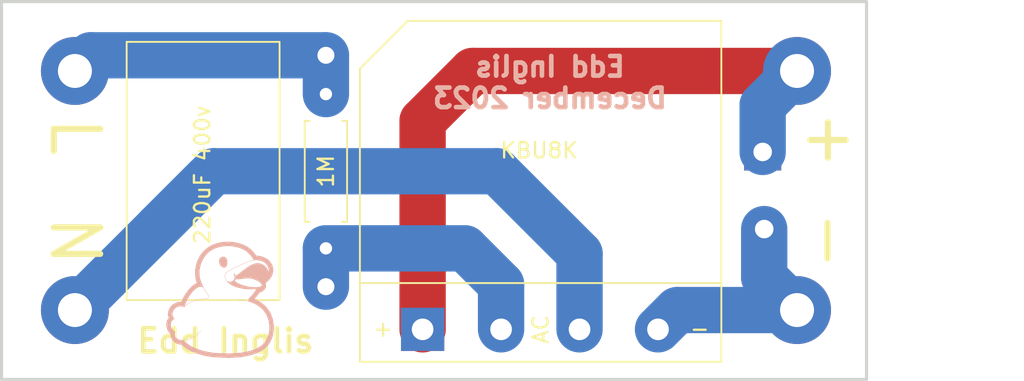
<source format=kicad_pcb>
(kicad_pcb (version 20211014) (generator pcbnew)
  (layers (0 "F.Cu" signal) (31 "B.Cu" signal) (34 "B.Paste" user) (35 "F.Paste" user) (36 "B.SilkS" user "B.Silkscreen") (37 "F.SilkS" user "F.Silkscreen") (38 "B.Mask" user) (39 "F.Mask" user) (44 "Edge.Cuts" user))
  (net 0 "")
  (net 1 "Net-(C101-Pad1)")
  (net 2 "Net-(C101-Pad2)")
  (net 3 "Net-(C102-Pad1)")
  (net 4 "Net-(C102-Pad2)")
  (net 5 "Net-(D101-Pad3)")
  (footprint "Diode_THT:Diode_Bridge_Vishay_KBU" (layer "F.Cu") (at 111.75 101 180)
    (fp_text reference "D101" hide)
    (fp_text value "KBU8K" (at 7.7 11.6) (layer "F.SilkS"))
    (fp_text user "AC" (at 7.6 0 90 unlocked) (layer "F.SilkS"))
    (fp_text user "-" (at -2.7 -0.1 180 unlocked) (layer "F.SilkS"))
    (fp_text user "+" (at 17.8 -0.1 180 unlocked) (layer "F.SilkS"))
    (fp_line (start 19.2 3) (end -4.1 3) (layer "F.SilkS") (width 0.12))
    (fp_line (start -4.1 20) (end 16.2 20) (layer "F.SilkS") (width 0.12))
    (fp_line (start 16.2 20) (end 19.3 16.9) (layer "F.SilkS") (width 0.12))
    (fp_line (start -4.1 -2.1) (end -4.1 20) (layer "F.SilkS") (width 0.12))
    (fp_line (start 19.3 16.9) (end 19.3 -2.1) (layer "F.SilkS") (width 0.12))
    (fp_line (start 19.3 -2.1) (end -4.1 -2.1) (layer "F.SilkS") (width 0.12))
    (pad "1" thru_hole rect (at 15.24 0 180) (size 2.8 2.8) (drill 1.4) (layers *.Cu *.Mask) (net 3 "Net-(C102-Pad1)"))
    (pad "2" thru_hole circle (at 10.16 0 180) (size 2.8 2.8) (drill 1.4) (layers *.Cu *.Mask) (net 1 "Net-(C101-Pad1)"))
    (pad "3" thru_hole circle (at 5.08 0 180) (size 2.8 2.8) (drill 1.4) (layers *.Cu *.Mask) (net 5 "Net-(D101-Pad3)"))
    (pad "4" thru_hole circle (at 0 0 180) (size 2.8 2.8) (drill 1.4) (layers *.Cu *.Mask) (net 4 "Net-(C102-Pad2)"))
  )
  (footprint "MountingHole:MountingHole_2.2mm_M2_Pad" (layer "F.Cu") (at 74 99.75)
    (fp_text reference "H102" hide)
    (fp_text value "AC neutral")
    (pad "1" thru_hole circle (at 0 0) (size 4.4 4.4) (drill 2.2) (layers *.Cu *.Mask) (net 5 "Net-(D101-Pad3)"))
  )
  (footprint "MountingHole:MountingHole_2.2mm_M2_Pad" (layer "F.Cu") (at 120.75 99.75 180)
    (fp_text reference "H104" hide)
    (fp_text value "Strip -")
    (pad "1" thru_hole circle (at 0 0 180) (size 4.4 4.4) (drill 2.2) (layers *.Cu *.Mask) (net 4 "Net-(C102-Pad2)"))
  )
  (footprint "Resistor_THT:R_Axial_DIN0207_L6.3mm_D2.5mm_P7.62mm_Horizontal" (layer "F.Cu") (at 90.25 86.95 -90)
    (fp_text reference "R101" hide)
    (fp_text value "1M" (at 3.8 0 90 unlocked) (layer "F.SilkS"))
    (fp_line (start 7.08 -1.37) (end 7.08 -1.04) (layer "F.SilkS") (width 0.12))
    (fp_line (start 0.54 1.37) (end 7.08 1.37) (layer "F.SilkS") (width 0.12))
    (fp_line (start 0.54 -1.04) (end 0.54 -1.37) (layer "F.SilkS") (width 0.12))
    (fp_line (start 7.08 1.37) (end 7.08 1.04) (layer "F.SilkS") (width 0.12))
    (fp_line (start 0.54 1.04) (end 0.54 1.37) (layer "F.SilkS") (width 0.12))
    (fp_line (start 0.54 -1.37) (end 7.08 -1.37) (layer "F.SilkS") (width 0.12))
    (pad "1" thru_hole circle (at -1.2 0 270) (size 1.6 1.6) (drill 0.8) (layers *.Cu *.Mask) (net 2 "Net-(C101-Pad2)"))
    (pad "2" thru_hole oval (at 8.8 0 270) (size 1.6 1.6) (drill 0.8) (layers *.Cu *.Mask) (net 1 "Net-(C101-Pad1)"))
  )
  (footprint "3805_Misc:CP_Radial_L13.0mm_D10.0mm_P5.00mm_Horizontal" (layer "F.Cu") (at 118.525 92)
    (fp_text reference "C102" hide)
    (fp_text value "4u7F 400v" hide)
    (pad "1" thru_hole rect (at 0 -2.5) (size 2.4 2.4) (drill 1.2) (layers *.Cu *.Mask) (net 3 "Net-(C102-Pad1)"))
    (pad "2" thru_hole oval (at 0.1 2.5) (size 2.4 2.4) (drill 1.2) (layers *.Cu *.Mask) (net 4 "Net-(C102-Pad2)"))
  )
  (footprint "MountingHole:MountingHole_2.2mm_M2_Pad" (layer "F.Cu") (at 120.75 84.25)
    (fp_text reference "H103" hide)
    (fp_text value "Strip +")
    (pad "1" thru_hole circle (at 0 0) (size 4.4 4.4) (drill 2.2) (layers *.Cu *.Mask) (net 3 "Net-(C102-Pad1)"))
  )
  (footprint "Capacitor_THT:C_Rect_L16.5mm_W9.2mm_P15.00mm_MKT" (layer "F.Cu") (at 90.25 98.235 90)
    (fp_text reference "C101" hide)
    (fp_text value "220uF 400v" (at 7.25 -8 90) (layer "F.SilkS"))
    (fp_line (start -0.87 -3) (end 15.87 -3) (layer "F.SilkS") (width 0.12))
    (fp_line (start -0.87 -12.9) (end 15.87 -12.9) (layer "F.SilkS") (width 0.12))
    (fp_line (start -0.87 -12.9) (end -0.87 -3) (layer "F.SilkS") (width 0.12))
    (fp_line (start 15.87 -12.9) (end 15.87 -3) (layer "F.SilkS") (width 0.12))
    (pad "1" thru_hole circle (at 0 0 90) (size 2.2 2.2) (drill 1.1) (layers *.Cu *.Mask) (net 1 "Net-(C101-Pad1)"))
    (pad "2" thru_hole circle (at 15 0 90) (size 2.2 2.2) (drill 1.1) (layers *.Cu *.Mask) (net 2 "Net-(C101-Pad2)"))
  )
  (footprint "MountingHole:MountingHole_2.2mm_M2_Pad" (layer "F.Cu") (at 74 84.25)
    (fp_text reference "H101" hide)
    (fp_text value "AC live")
    (pad "1" thru_hole circle (at 0 0) (size 4.4 4.4) (drill 2.2) (layers *.Cu *.Mask) (net 2 "Net-(C101-Pad2)"))
  )
  (footprint "Arthur:Arthur" (layer "B.Cu") (at 83.5 99 180)
    (fp_text reference "Ge" hide)
    (fp_text value "LOGO" hide)
    (fp_poly (pts (xy -0.287575 3.683093) (xy -0.094415 3.666729) (xy 0.021188 3.650566) (xy 0.090815 3.639104) (xy 0.14884 3.628444) (xy 0.200489 3.617343) (xy 0.250986 3.604555) (xy 0.305556 3.588837) (xy 0.369425 3.568944) (xy 0.385619 3.563762) (xy 0.445824 3.544216) (xy 0.494399 3.527652) (xy 0.535452 3.512283) (xy 0.573089 3.49632) (xy 0.611414 3.477977) (xy 0.654534 3.455465) (xy 0.706554 3.426996) (xy 0.731268 3.413266) (xy 0.788309 3.381237) (xy 0.834064 3.354614) (xy 0.87221 3.330836) (xy 0.906421 3.307341) (xy 0.940376 3.281568) (xy 0.977748 3.250956) (xy 1.022214 3.212944) (xy 1.036373 3.20068) (xy 1.077468 3.164983) (xy 1.114508 3.13272) (xy 1.145473 3.105656) (xy 1.168349 3.085554) (xy 1.181116 3.07418) (xy 1.182801 3.072609) (xy 1.190205 3.063566) (xy 1.206195 3.042889) (xy 1.229268 3.012563) (xy 1.257919 2.974572) (xy 1.290643 2.930903) (xy 1.31481 2.898498) (xy 1.354761 2.84452) (xy 1.386516 2.800512) (xy 1.412187 2.762989) (xy 1.433887 2.728464) (xy 1.453728 2.693453) (xy 1.473822 2.654471) (xy 1.496282 2.60803) (xy 1.515128 2.567968) (xy 1.544077 2.506116) (xy 1.567131 2.456376) (xy 1.585394 2.415528) (xy 1.599975 2.380347) (xy 1.61198 2.347612) (xy 1.622516 2.314101) (xy 1.63269 2.276591) (xy 1.643608 2.231861) (xy 1.656378 2.176687) (xy 1.669962 2.117219) (xy 1.720454 1.896469) (xy 1.720454 1.67009) (xy 1.720374 1.601117) (xy 1.719984 1.545998) (xy 1.719065 1.501635) (xy 1.717395 1.464931) (xy 1.714752 1.43279) (xy 1.710915 1.402114) (xy 1.705663 1.369807) (xy 1.698775 1.332771) (xy 1.694937 1.312996) (xy 1.68351 1.258565) (xy 1.670112 1.201183) (xy 1.656243 1.146929) (xy 1.643404 1.101876) (xy 1.640702 1.093293) (xy 1.611983 1.004304) (xy 1.693763 0.965217) (xy 1.721038 0.951667) (xy 1.745762 0.937889) (xy 1.77028 0.922129) (xy 1.796937 0.902632) (xy 1.828081 0.877645) (xy 1.866057 0.845413) (xy 1.91321 0.804182) (xy 1.935639 0.784359) (xy 1.980565 0.744335) (xy 2.022121 0.706859) (xy 2.058332 0.673749) (xy 2.087224 0.64682) (xy 2.106822 0.627889) (xy 2.114227 0.620043) (xy 2.123949 0.607294) (xy 2.141992 0.582769) (xy 2.166873 0.548519) (xy 2.197107 0.506596) (xy 2.231211 0.45905) (xy 2.2677 0.407932) (xy 2.268502 0.406807) (xy 2.333877 0.311775) (xy 2.395433 0.215996) (xy 2.451775 0.121933) (xy 2.501506 0.032047) (xy 2.543231 -0.051202) (xy 2.575552 -0.125352) (xy 2.585763 -0.152553) (xy 2.608278 -0.216116) (xy 2.734319 -0.222579) (xy 2.860361 -0.229041) (xy 3.010934 -0.302769) (xy 3.161506 -0.376498) (xy 3.249043 -0.46581) (xy 3.281954 -0.499726) (xy 3.306961 -0.52701) (xy 3.326712 -0.551505) (xy 3.343857 -0.577051) (xy 3.361043 -0.607489) (xy 3.380921 -0.64666) (xy 3.398299 -0.682249) (xy 3.460018 -0.809376) (xy 3.471978 -0.948581) (xy 3.483938 -1.087785) (xy 3.456395 -1.165728) (xy 3.428851 -1.243671) (xy 3.476509 -1.318916) (xy 3.50122 -1.358331) (xy 3.518905 -1.388543) (xy 3.53172 -1.414601) (xy 3.54182 -1.441549) (xy 3.551361 -1.474436) (xy 3.562499 -1.518306) (xy 3.563619 -1.522824) (xy 3.582178 -1.63264) (xy 3.584131 -1.744056) (xy 3.569611 -1.856006) (xy 3.53875 -1.96743) (xy 3.494968 -2.070723) (xy 3.470633 -2.117486) (xy 3.448482 -2.15407) (xy 3.424582 -2.186105) (xy 3.395002 -2.219222) (xy 3.381514 -2.2332) (xy 3.315171 -2.301001) (xy 3.312357 -2.37304) (xy 3.310417 -2.406001) (xy 3.30664 -2.433681) (xy 3.299727 -2.461028) (xy 3.288381 -2.492994) (xy 3.271302 -2.534527) (xy 3.267885 -2.542543) (xy 3.247719 -2.588604) (xy 3.230199 -2.624789) (xy 3.212504 -2.655525) (xy 3.191815 -2.685239) (xy 3.165312 -2.71836) (xy 3.130174 -2.759312) (xy 3.128821 -2.760864) (xy 3.056027 -2.831498) (xy 2.970053 -2.8917) (xy 2.871262 -2.941231) (xy 2.832158 -2.956576) (xy 2.786835 -2.97254) (xy 2.751953 -2.98292) (xy 2.722387 -2.988837) (xy 2.693009 -2.991414) (xy 2.67113 -2.99183) (xy 2.606107 -2.991934) (xy 2.563731 -3.032611) (xy 2.545556 -3.048201) (xy 2.515675 -3.07165) (xy 2.476377 -3.101256) (xy 2.429954 -3.135321) (xy 2.378696 -3.172142) (xy 2.324895 -3.210021) (xy 2.322189 -3.211905) (xy 2.262079 -3.253571) (xy 2.212594 -3.28726) (xy 2.17055 -3.314822) (xy 2.132763 -3.33811) (xy 2.096048 -3.358973) (xy 2.057223 -3.379264) (xy 2.013101 -3.400834) (xy 1.960501 -3.425534) (xy 1.932333 -3.438571) (xy 1.877131 -3.463785) (xy 1.827738 -3.485595) (xy 1.781187 -3.505109) (xy 1.734513 -3.523433) (xy 1.68475 -3.541678) (xy 1.628932 -3.56095) (xy 1.564093 -3.582359) (xy 1.487268 -3.607011) (xy 1.44925 -3.619061) (xy 1.368748 -3.644384) (xy 1.301724 -3.665094) (xy 1.245553 -3.681877) (xy 1.197611 -3.695416) (xy 1.155274 -3.706397) (xy 1.115918 -3.715506) (xy 1.07692 -3.723427) (xy 1.035654 -3.730844) (xy 0.99583 -3.737428) (xy 0.897821 -3.753238) (xy 0.814205 -3.766704) (xy 0.742623 -3.778066) (xy 0.680716 -3.787568) (xy 0.626124 -3.795453) (xy 0.576488 -3.801963) (xy 0.529451 -3.807342) (xy 0.482652 -3.811831) (xy 0.433733 -3.815675) (xy 0.380335 -3.819115) (xy 0.320098 -3.822395) (xy 0.250665 -3.825757) (xy 0.169676 -3.829445) (xy 0.074771 -3.8337) (xy 0.04931 -3.834848) (xy -0.040036 -3.838833) (xy -0.125473 -3.842537) (xy -0.205282 -3.845892) (xy -0.277747 -3.848831) (xy -0.341151 -3.851287) (xy -0.393775 -3.853193) (xy -0.433902 -3.854481) (xy -0.459814 -3.855084) (xy -0.467674 -3.855093) (xy -0.485412 -3.85434) (xy -0.518117 -3.852621) (xy -0.563842 -3.850053) (xy -0.620637 -3.846749) (xy -0.686554 -3.842823) (xy -0.759645 -3.838392) (xy -0.837961 -3.833567) (xy -0.898365 -3.829798) (xy -1.283984 -3.805598) (xy -1.584851 -3.744983) (xy -1.665229 -3.728716) (xy -1.731948 -3.714928) (xy -1.787981 -3.702829) (xy -1.836301 -3.691633) (xy -1.879883 -3.68055) (xy -1.921698 -3.668792) (xy -1.964721 -3.655571) (xy -2.011924 -3.640098) (xy -2.066281 -3.621585) (xy -2.118785 -3.603406) (xy -2.351851 -3.522444) (xy -2.568884 -3.390568) (xy -2.785916 -3.258692) (xy -2.934307 -3.100841) (xy -3.082699 -2.942989) (xy -3.177683 -2.757598) (xy -3.204162 -2.705671) (xy -3.228075 -2.658317) (xy -3.248318 -2.617757) (xy -3.263787 -2.586214) (xy -3.27338 -2.565909) (xy -3.276029 -2.559493) (xy -3.278808 -2.54801) (xy -3.284852 -2.522401) (xy -3.293605 -2.485055) (xy -3.304506 -2.438359) (xy -3.316998 -2.384701) (xy -3.327583 -2.339139) (xy -3.375773 -2.131498) (xy -3.376938 -2.067125) (xy -3.084951 -2.067125) (xy -3.04243 -2.260125) (xy -2.999909 -2.453124) (xy -2.918252 -2.614367) (xy -2.836595 -2.775609) (xy -2.710079 -2.908773) (xy -2.583562 -3.041937) (xy -2.399906 -3.151867) (xy -2.342666 -3.186014) (xy -2.296396 -3.213064) (xy -2.257556 -3.23468) (xy -2.222604 -3.252528) (xy -2.188002 -3.268272) (xy -2.150208 -3.283576) (xy -2.105682 -3.300104) (xy -2.050884 -3.319522) (xy -2.021321 -3.329859) (xy -1.963218 -3.349914) (xy -1.912507 -3.366741) (xy -1.865881 -3.381222) (xy -1.820034 -3.394236) (xy -1.771659 -3.406666) (xy -1.717449 -3.419392) (xy -1.654099 -3.433295) (xy -1.578301 -3.449256) (xy -1.555188 -3.45405) (xy -1.283984 -3.51018) (xy -0.92379 -3.533767) (xy -0.82768 -3.539999) (xy -0.743612 -3.545222) (xy -0.669198 -3.549449) (xy -0.602049 -3.55269) (xy -0.539777 -3.554959) (xy -0.479993 -3.556267) (xy -0.420308 -3.556625) (xy -0.358336 -3.556047) (xy -0.291686 -3.554543) (xy -0.21797 -3.552126) (xy -0.134801 -3.548807) (xy -0.03979 -3.544599) (xy 0.069453 -3.539513) (xy 0.084752 -3.538791) (xy 0.512747 -3.518587) (xy 0.798928 -3.471602) (xy 0.876073 -3.458891) (xy 0.939668 -3.448162) (xy 0.992892 -3.438665) (xy 1.038923 -3.429649) (xy 1.080941 -3.420363) (xy 1.122124 -3.410057) (xy 1.16565 -3.397981) (xy 1.214699 -3.383384) (xy 1.272449 -3.365516) (xy 1.342079 -3.343625) (xy 1.34531 -3.342607) (xy 1.434393 -3.314126) (xy 1.511647 -3.288365) (xy 1.581248 -3.263709) (xy 1.647373 -3.238543) (xy 1.714198 -3.211249) (xy 1.785899 -3.180214) (xy 1.866652 -3.14382) (xy 1.906907 -3.125333) (xy 1.940908 -3.107473) (xy 1.985351 -3.080883) (xy 2.037501 -3.047493) (xy 2.094622 -3.009236) (xy 2.153978 -2.96804) (xy 2.212833 -2.925838) (xy 2.268451 -2.88456) (xy 2.318097 -2.846135) (xy 2.359034 -2.812496) (xy 2.388527 -2.785573) (xy 2.388915 -2.785183) (xy 2.451403 -2.722259) (xy 2.367727 -2.716951) (xy 2.296055 -2.708566) (xy 2.210132 -2.691629) (xy 2.152764 -2.677617) (xy 2.110659 -2.666533) (xy 2.075959 -2.656677) (xy 2.045535 -2.64672) (xy 2.016257 -2.635331) (xy 1.984995 -2.621178) (xy 1.948619 -2.602933) (xy 1.904 -2.579263) (xy 1.848008 -2.548838) (xy 1.841513 -2.545292) (xy 1.661549 -2.446991) (xy 1.473792 -2.252907) (xy 1.428267 -2.205501) (xy 1.387071 -2.161935) (xy 1.351561 -2.123696) (xy 1.323092 -2.09227) (xy 1.30302 -2.069145) (xy 1.292701 -2.055808) (xy 1.291685 -2.053171) (xy 1.298811 -2.057564) (xy 1.316421 -2.07264) (xy 1.343073 -2.09704) (xy 1.37732 -2.129406) (xy 1.41772 -2.168379) (xy 1.462829 -2.212599) (xy 1.494064 -2.243587) (xy 1.690791 -2.439653) (xy 1.860294 -2.532008) (xy 1.917504 -2.562949) (xy 1.963291 -2.586955) (xy 2.000971 -2.60546) (xy 2.033861 -2.619899) (xy 2.065278 -2.631705) (xy 2.098539 -2.642313) (xy 2.136961 -2.653156) (xy 2.146404 -2.655706) (xy 2.227647 -2.67486) (xy 2.310783 -2.688735) (xy 2.399838 -2.697786) (xy 2.498838 -2.702467) (xy 2.569547 -2.703378) (xy 2.614487 -2.703056) (xy 2.647717 -2.701358) (xy 2.674472 -2.697496) (xy 2.699983 -2.690679) (xy 2.729481 -2.680118) (xy 2.733247 -2.678673) (xy 2.797874 -2.650257) (xy 2.85053 -2.618436) (xy 2.896195 -2.579859) (xy 2.923498 -2.550716) (xy 2.967784 -2.490247) (xy 3.000562 -2.425186) (xy 3.020283 -2.359237) (xy 3.025626 -2.306396) (xy 3.02155 -2.251808) (xy 3.010004 -2.206326) (xy 3.009866 -2.20597) (xy 3.001508 -2.180641) (xy 2.997611 -2.160882) (xy 2.997959 -2.154506) (xy 3.006966 -2.145591) (xy 3.027164 -2.132149) (xy 3.05442 -2.116892) (xy 3.058214 -2.114944) (xy 3.124601 -2.072009) (xy 3.180886 -2.016858) (xy 3.226261 -1.951451) (xy 3.259921 -1.877746) (xy 3.281058 -1.797701) (xy 3.288867 -1.713274) (xy 3.282541 -1.626425) (xy 3.275125 -1.58818) (xy 3.254197 -1.527273) (xy 3.221588 -1.468843) (xy 3.180156 -1.416487) (xy 3.132756 -1.373801) (xy 3.082248 -1.344381) (xy 3.081011 -1.343863) (xy 3.058756 -1.333061) (xy 3.043726 -1.322877) (xy 3.041419 -1.320249) (xy 3.043982 -1.309664) (xy 3.056742 -1.290129) (xy 3.077742 -1.264514) (xy 3.084433 -1.25708) (xy 3.111804 -1.224988) (xy 3.131756 -1.19492) (xy 3.14834 -1.160011) (xy 3.160263 -1.128606) (xy 3.172788 -1.09255) (xy 3.180216 -1.06587) (xy 3.183344 -1.042155) (xy 3.182968 -1.014997) (xy 3.179886 -0.977987) (xy 3.179495 -0.973869) (xy 3.175268 -0.936409) (xy 3.169635 -0.906224) (xy 3.160895 -0.877732) (xy 3.14735 -0.845351) (xy 3.128107 -0.805139) (xy 3.094691 -0.743122) (xy 3.060262 -0.693282) (xy 3.021244 -0.652064) (xy 2.974062 -0.615911) (xy 2.915142 -0.581267) (xy 2.890024 -0.568307) (xy 2.79256 -0.519364) (xy 2.688016 -0.514702) (xy 2.640908 -0.513019) (xy 2.605326 -0.513161) (xy 2.575898 -0.5156) (xy 2.547253 -0.520809) (xy 2.51402 -0.52926) (xy 2.510038 -0.530357) (xy 2.475789 -0.539455) (xy 2.446891 -0.546443) (xy 2.427861 -0.550256) (xy 2.423891 -0.550655) (xy 2.413478 -0.545226) (xy 2.393076 -0.530261) (xy 2.365151 -0.507718) (xy 2.332169 -0.479559) (xy 2.312286 -0.461957) (xy 2.217692 -0.384348) (xy 2.115858 -0.31509) (xy 2.005628 -0.253753) (xy 1.885842 -0.199909) (xy 1.755342 -0.153128) (xy 1.612971 -0.112983) (xy 1.457569 -0.079043) (xy 1.287979 -0.050882) (xy 1.155894 -0.033879) (xy 1.07903 -0.024965) (xy 1.017178 -0.017395) (xy 0.968505 -0.010622) (xy 0.931179 -0.004103) (xy 0.903367 0.002708) (xy 0.883237 0.010356) (xy 0.868955 0.019387) (xy 0.858689 0.030344) (xy 0.850606 0.043774) (xy 0.843394 0.059067) (xy 0.832988 0.099317) (xy 0.832942 0.129821) (xy 0.850445 0.129821) (xy 0.85167 0.108024) (xy 0.855581 0.09045) (xy 0.863089 0.066786) (xy 0.872188 0.048794) (xy 0.885328 0.035302) (xy 0.904956 0.025136) (xy 0.933523 0.017124) (xy 0.973478 0.010094) (xy 1.027268 0.002874) (xy 1.042443 0.000991) (xy 1.093821 -0.005283) (xy 1.143513 -0.011255) (xy 1.187249 -0.016419) (xy 1.220754 -0.020267) (xy 1.233134 -0.021624) (xy 1.259267 -0.025005) (xy 1.29781 -0.030775) (xy 1.344503 -0.038259) (xy 1.395085 -0.046784) (xy 1.42219 -0.051525) (xy 1.598669 -0.088484) (xy 1.762163 -0.134406) (xy 1.912319 -0.189142) (xy 2.048786 -0.252539) (xy 2.171211 -0.324448) (xy 2.279241 -0.404718) (xy 2.309477 -0.431027) (xy 2.34056 -0.4591) (xy 2.366644 -0.482619) (xy 2.385405 -0.499494) (xy 2.394525 -0.507636) (xy 2.395031 -0.508065) (xy 2.392677 -0.500598) (xy 2.385646 -0.479531) (xy 2.37476 -0.447299) (xy 2.360841 -0.406337) (xy 2.344712 -0.359078) (xy 2.34292 -0.353837) (xy 2.307433 -0.257448) (xy 2.267971 -0.165259) (xy 2.222948 -0.074345) (xy 2.170779 0.01822) (xy 2.109877 0.115361) (xy 2.038658 0.220005) (xy 2.010277 0.259953) (xy 1.970687 0.314972) (xy 1.938528 0.358877) (xy 1.911411 0.394371) (xy 1.886944 0.424156) (xy 1.862739 0.450934) (xy 1.836404 0.477407) (xy 1.805551 0.506277) (xy 1.767788 0.540246) (xy 1.742422 0.562778) (xy 1.694839 0.604683) (xy 1.657119 0.636979) (xy 1.626666 0.661551) (xy 1.600887 0.680286) (xy 1.577188 0.69507) (xy 1.552973 0.70779) (xy 1.525892 0.720226) (xy 1.487923 0.736341) (xy 1.459038 0.746402) (xy 1.433096 0.75181) (xy 1.403956 0.753965) (xy 1.376454 0.754287) (xy 1.334029 0.752509) (xy 1.289686 0.747824) (xy 1.25244 0.74121) (xy 1.24973 0.74055) (xy 1.220732 0.732735) (xy 1.202197 0.724596) (xy 1.18888 0.711977) (xy 1.175543 0.690726) (xy 1.166849 0.674868) (xy 1.139411 0.624666) (xy 1.11579 0.582533) (xy 1.093731 0.5448) (xy 1.07098 0.507803) (xy 1.045283 0.467874) (xy 1.014386 0.421346) (xy 0.976345 0.365011) (xy 0.935126 0.303443) (xy 0.903167 0.253474) (xy 0.879594 0.213115) (xy 0.863532 0.180378) (xy 0.854107 0.153277) (xy 0.850445 0.129821) (xy 0.832942 0.129821) (xy 0.832918 0.145867) (xy 0.842793 0.191892) (xy 0.852297 0.214463) (xy 0.861966 0.230931) (xy 0.879547 0.258735) (xy 0.903331 0.295254) (xy 0.931606 0.33787) (xy 0.962663 0.383963) (xy 0.971117 0.396392) (xy 1.07335 0.554989) (xy 1.164286 0.713887) (xy 1.243193 0.871496) (xy 1.309337 1.026223) (xy 1.361986 1.176477) (xy 1.400405 1.320665) (xy 1.403528 1.335125) (xy 1.411419 1.374238) (xy 1.417431 1.409304) (xy 1.421881 1.443922) (xy 1.425088 1.481688) (xy 1.427369 1.526202) (xy 1.42904 1.581061) (xy 1.4302 1.637444) (xy 1.433678 1.829877) (xy 1.385388 2.040014) (xy 1.337097 2.25015) (xy 1.255039 2.424008) (xy 1.226695 2.483486) (xy 1.203025 2.531257) (xy 1.181783 2.571087) (xy 1.160727 2.606745) (xy 1.137613 2.641997) (xy 1.110195 2.680611) (xy 1.076231 2.726355) (xy 1.07008 2.734533) (xy 1.030717 2.786115) (xy 0.997481 2.827579) (xy 0.966843 2.862735) (xy 0.935273 2.895395) (xy 0.899241 2.92937) (xy 0.855218 2.968471) (xy 0.845902 2.976582) (xy 0.796182 3.019046) (xy 0.753803 3.053123) (xy 0.713933 3.082217) (xy 0.671739 3.109733) (xy 0.622387 3.139076) (xy 0.585755 3.159858) (xy 0.532525 3.189264) (xy 0.488182 3.212362) (xy 0.447887 3.231242) (xy 0.4068 3.247989) (xy 0.360082 3.264693) (xy 0.302895 3.28344) (xy 0.289125 3.287825) (xy 0.228542 3.306608) (xy 0.17689 3.321356) (xy 0.129069 3.33322) (xy 0.079978 3.343351) (xy 0.024518 3.3529) (xy -0.042411 3.36302) (xy -0.046613 3.363628) (xy -0.194358 3.382089) (xy -0.330953 3.392632) (xy -0.460332 3.39507) (xy -0.58643 3.389214) (xy -0.713183 3.374876) (xy -0.844524 3.351868) (xy -0.984391 3.320001) (xy -0.990505 3.318467) (xy -1.057761 3.301216) (xy -1.11268 3.286184) (xy -1.159476 3.27195) (xy -1.202369 3.257092) (xy -1.245573 3.240189) (xy -1.293305 3.219819) (xy -1.325273 3.20561) (xy -1.423656 3.158572) (xy -1.509744 3.110519) (xy -1.587922 3.058373) (xy -1.662572 2.999058) (xy -1.738076 2.929496) (xy -1.783227 2.884027) (xy -1.832025 2.832423) (xy -1.872243 2.786744) (xy -1.908058 2.741757) (xy -1.943652 2.692229) (xy -1.980633 2.63687) (xy -2.007497 2.594971) (xy -2.030324 2.557959) (xy -2.047773 2.528128) (xy -2.058503 2.507768) (xy -2.061176 2.499172) (xy -2.061147 2.499143) (xy -2.051165 2.49543) (xy -2.027771 2.488809) (xy -1.994083 2.480104) (xy -1.953224 2.47014) (xy -1.936679 2.466245) (xy -1.898177 2.45663) (xy -1.858169 2.445234) (xy -1.815382 2.431532) (xy -1.768541 2.414999) (xy -1.716371 2.39511) (xy -1.6576 2.371339) (xy -1.590951 2.343163) (xy -1.515152 2.310056) (xy -1.428929 2.271492) (xy -1.331006 2.226947) (xy -1.22011 2.175896) (xy -1.124752 2.13167) (xy -0.985901 2.066657) (xy -0.861859 2.007496) (xy -0.751756 1.953598) (xy -0.654723 1.904374) (xy -0.569889 1.859234) (xy -0.496386 1.81759) (xy -0.433343 1.778851) (xy -0.37989 1.742428) (xy -0.335159 1.707733) (xy -0.298279 1.674175) (xy -0.26838 1.641166) (xy -0.244593 1.608117) (xy -0.226049 1.574437) (xy -0.211876 1.539538) (xy -0.202118 1.506509) (xy -0.194537 1.474234) (xy -0.191125 1.449771) (xy -0.191772 1.426164) (xy -0.196372 1.396457) (xy -0.200107 1.37721) (xy -0.224698 1.294787) (xy -0.265094 1.212454) (xy -0.320191 1.131466) (xy -0.388884 1.05308) (xy -0.470069 0.978549) (xy -0.562641 0.909128) (xy -0.665495 0.846074) (xy -0.669536 0.843851) (xy -0.736975 0.809235) (xy -0.807184 0.77814) (xy -0.882393 0.749878) (xy -0.964835 0.723764) (xy -1.056741 0.699112) (xy -1.160342 0.675234) (xy -1.277871 0.651444) (xy -1.322122 0.64312) (xy -1.563663 0.598443) (xy -2.227793 0.598437) (xy -2.218666 0.581017) (xy -2.169908 0.496672) (xy -2.109505 0.406478) (xy -2.040041 0.313798) (xy -1.9641 0.221993) (xy -1.884268 0.134423) (xy -1.843647 0.093226) (xy -1.790306 0.037617) (xy -1.751233 -0.010364) (xy -1.726075 -0.051663) (xy -1.714478 -0.087226) (xy -1.716092 -0.118003) (xy -1.730561 -0.144938) (xy -1.74848 -0.162279) (xy -1.750371 -0.16632) (xy -1.74064 -0.166662) (xy -1.718182 -0.163119) (xy -1.681891 -0.155504) (xy -1.630662 -0.143632) (xy -1.614005 -0.139644) (xy -1.560769 -0.127225) (xy -1.501802 -0.114147) (xy -1.439321 -0.100833) (xy -1.375542 -0.08771) (xy -1.312683 -0.075203) (xy -1.252962 -0.063736) (xy -1.198596 -0.053736) (xy -1.151801 -0.045627) (xy -1.114795 -0.039835) (xy -1.089796 -0.036785) (xy -1.07902 -0.036902) (xy -1.078887 -0.037007) (xy -1.078061 -0.046774) (xy -1.078865 -0.047724) (xy -1.088328 -0.050726) (xy -1.112152 -0.056375) (xy -1.148042 -0.064182) (xy -1.1937 -0.073657) (xy -1.24683 -0.084312) (xy -1.294275 -0.09357) (xy -1.428707 -0.120481) (xy -1.548736 -0.14684) (xy -1.656855 -0.173484) (xy -1.755554 -0.201251) (xy -1.847325 -0.230976) (xy -1.934659 -0.263498) (xy -2.020047 -0.299652) (xy -2.105981 -0.340276) (xy -2.194952 -0.386206) (xy -2.242716 -0.412174) (xy -2.299409 -0.444056) (xy -2.346565 -0.472293) (xy -2.388709 -0.499995) (xy -2.430368 -0.53027) (xy -2.47607 -0.56623) (xy -2.522202 -0.604194) (xy -2.558943 -0.635017) (xy -2.590397 -0.662218) (xy -2.618116 -0.68763) (xy -2.643652 -0.713085) (xy -2.668556 -0.740418) (xy -2.69438 -0.771461) (xy -2.722675 -0.808048) (xy -2.754993 -0.852013) (xy -2.792885 -0.905188) (xy -2.837904 -0.969406) (xy -2.868732 -1.013644) (xy -2.881246 -1.035149) (xy -2.898144 -1.069247) (xy -2.917922 -1.112635) (xy -2.939078 -1.162009) (xy -2.96011 -1.214067) (xy -2.961273 -1.217047) (xy -2.983036 -1.273484) (xy -2.999849 -1.319316) (xy -3.012963 -1.359046) (xy -3.02363 -1.397175) (xy -3.0331 -1.438209) (xy -3.042624 -1.486649) (xy -3.053454 -1.546998) (xy -3.054332 -1.552007) (xy -3.064943 -1.613734) (xy -3.072783 -1.663487) (xy -3.078268 -1.705942) (xy -3.081812 -1.745774) (xy -3.083831 -1.787657) (xy -3.084739 -1.836267) (xy -3.084951 -1.896279) (xy -3.084951 -2.067125) (xy -3.376938 -2.067125) (xy -3.379376 -1.932333) (xy -3.382978 -1.733167) (xy -3.344135 -1.514997) (xy -3.305291 -1.296826) (xy -3.229669 -1.102946) (xy -3.154048 -0.909066) (xy -3.016103 -0.715144) (xy -2.979675 -0.664101) (xy -2.945913 -0.617111) (xy -2.916213 -0.576091) (xy -2.89197 -0.542959) (xy -2.87458 -0.519633) (xy -2.865439 -0.508031) (xy -2.865022 -0.507579) (xy -2.851866 -0.49541) (xy -2.827994 -0.474737) (xy -2.795932 -0.447633) (xy -2.758206 -0.416176) (xy -2.717341 -0.38244) (xy -2.675864 -0.348501) (xy -2.6363 -0.316436) (xy -2.601176 -0.288319) (xy -2.573017 -0.266226) (xy -2.554349 -0.252234) (xy -2.553927 -0.251936) (xy -2.527773 -0.234949) (xy -2.489897 -0.212171) (xy -2.443698 -0.185477) (xy -2.392573 -0.156739) (xy -2.339921 -0.12783) (xy -2.289139 -0.100624) (xy -2.243626 -0.076994) (xy -2.20678 -0.058812) (xy -2.188952 -0.050746) (xy -2.136228 -0.02842) (xy -2.259246 0.119273) (xy -2.296948 0.165293) (xy -2.332704 0.210337) (xy -2.364428 0.251664) (xy -2.390028 0.286537) (xy -2.407417 0.312215) (xy -2.41113 0.31844) (xy -2.439997 0.369914) (xy -2.520956 0.394716) (xy -2.557825 0.40668) (xy -2.58684 0.418401) (xy -2.612963 0.432642) (xy -2.641157 0.452166) (xy -2.676384 0.479734) (xy -2.682386 0.484577) (xy -2.720201 0.515153) (xy -2.747719 0.538104) (xy -2.767658 0.556665) (xy -2.782738 0.574069) (xy -2.795675 0.59355) (xy -2.809188 0.618342) (xy -2.825997 0.65168) (xy -2.830654 0.660975) (xy -2.874516 0.74838) (xy -2.872063 0.863039) (xy -2.584767 0.863039) (xy -2.582675 0.831422) (xy -2.574027 0.811164) (xy -2.555836 0.79705) (xy -2.543633 0.791268) (xy -2.514719 0.779481) (xy -2.487439 0.770234) (xy -2.457198 0.762327) (xy -2.419401 0.75456) (xy -2.369453 0.745735) (xy -2.368802 0.745625) (xy -2.297861 0.737215) (xy -2.213511 0.733379) (xy -2.118647 0.734063) (xy -2.016166 0.739211) (xy -1.908964 0.748767) (xy -1.851818 0.755523) (xy -1.721066 0.77634) (xy -1.587547 0.805141) (xy -1.454546 0.840872) (xy -1.325347 0.882476) (xy -1.203231 0.928898) (xy -1.091484 0.979084) (xy -0.995253 1.030864) (xy -0.959852 1.053073) (xy -0.927196 1.075585) (xy -0.901923 1.095107) (xy -0.892237 1.10401) (xy -0.866073 1.131431) (xy -0.883952 1.187761) (xy -0.90183 1.244091) (xy -1.050919 1.244325) (xy -1.11349 1.244885) (xy -1.164225 1.246627) (xy -1.20822 1.249969) (xy -1.250572 1.255333) (xy -1.296378 1.263139) (xy -1.309796 1.265681) (xy -1.438831 1.286186) (xy -1.568613 1.298624) (xy -1.694172 1.302679) (xy -1.81054 1.298037) (xy -1.814643 1.297691) (xy -1.866141 1.292745) (xy -1.908845 1.287091) (xy -1.948261 1.279597) (xy -1.989894 1.26913) (xy -2.03925 1.254556) (xy -2.067934 1.245568) (xy -2.149313 1.217011) (xy -2.231113 1.183221) (xy -2.309398 1.146109) (xy -2.38023 1.107584) (xy -2.439672 1.069556) (xy -2.456656 1.057026) (xy -2.488834 1.027747) (xy -2.520043 0.991542) (xy -2.547721 0.952291) (xy -2.569303 0.913877) (xy -2.582225 0.880181) (xy -2.584767 0.863039) (xy -2.872063 0.863039) (xy -2.871675 0.881191) (xy -2.868835 1.014001) (xy -2.973923 1.102379) (xy -3.01005 1.133006) (xy -3.038539 1.15825) (xy -3.061992 1.18113) (xy -3.083012 1.204667) (xy -3.104205 1.23188) (xy -3.128172 1.26579) (xy -3.157517 1.309415) (xy -3.174515 1.335051) (xy -3.204519 1.381081) (xy -3.231976 1.424508) (xy -3.255201 1.462566) (xy -3.27251 1.492486) (xy -3.282217 1.5115) (xy -3.282834 1.513029) (xy -3.287857 1.530517) (xy -3.295089 1.561279) (xy -3.303858 1.601886) (xy -3.313492 1.648909) (xy -3.323317 1.698919) (xy -3.332662 1.748487) (xy -3.340853 1.794183) (xy -3.347218 1.832578) (xy -3.351085 1.860244) (xy -3.351271 1.861932) (xy -3.350532 1.870509) (xy -3.048641 1.870509) (xy -3.047479 1.846192) (xy -3.043401 1.815519) (xy -3.041999 1.806341) (xy -3.031063 1.735437) (xy -3.021351 1.768202) (xy -3.014035 1.789119) (xy -3.001573 1.820941) (xy -2.985794 1.859121) (xy -2.970692 1.894194) (xy -2.952969 1.933458) (xy -2.937528 1.963651) (xy -2.92132 1.989181) (xy -2.90129 2.014454) (xy -2.874389 2.043878) (xy -2.84844 2.070733) (xy -2.81556 2.103938) (xy -2.788864 2.128985) (xy -2.764181 2.148874) (xy -2.73734 2.166604) (xy -2.704171 2.185175) (xy -2.660503 2.207586) (xy -2.652719 2.2115) (xy -2.606409 2.234405) (xy -2.570445 2.250919) (xy -2.540212 2.262619) (xy -2.511093 2.271077) (xy -2.478474 2.277869) (xy -2.439171 2.284346) (xy -2.395713 2.290831) (xy -2.36291 2.294531) (xy -2.334851 2.295457) (xy -2.305626 2.293619) (xy -2.269324 2.289027) (xy -2.240006 2.284702) (xy -2.16667 2.270728) (xy -2.092194 2.250386) (xy -2.015553 2.223077) (xy -1.93572 2.188202) (xy -1.851671 2.145161) (xy -1.762379 2.093357) (xy -1.666819 2.032188) (xy -1.563964 1.961057) (xy -1.452789 1.879365) (xy -1.332268 1.786512) (xy -1.201375 1.681898) (xy -1.184704 1.668348) (xy -1.123113 1.619972) (xy -1.065001 1.577742) (xy -1.012097 1.542728) (xy -0.966132 1.516002) (xy -0.928834 1.498637) (xy -0.901935 1.491705) (xy -0.899537 1.491625) (xy -0.887612 1.496935) (xy -0.875566 1.514463) (xy -0.864088 1.540357) (xy -0.851669 1.568996) (xy -0.839453 1.592791) (xy -0.832127 1.60392) (xy -0.816906 1.61439) (xy -0.798625 1.618458) (xy -0.783774 1.615607) (xy -0.778737 1.608158) (xy -0.783212 1.566225) (xy -0.794666 1.538238) (xy -0.806062 1.510574) (xy -0.817806 1.47304) (xy -0.828273 1.432014) (xy -0.83584 1.393872) (xy -0.838885 1.364992) (xy -0.838889 1.364498) (xy -0.834072 1.329855) (xy -0.820761 1.287572) (xy -0.801081 1.243221) (xy -0.777156 1.202375) (xy -0.776982 1.20212) (xy -0.748499 1.170013) (xy -0.710125 1.139435) (xy -0.668244 1.114828) (xy -0.632004 1.101256) (xy -0.590853 1.09543) (xy -0.540022 1.094109) (xy -0.4861 1.097042) (xy -0.435676 1.103977) (xy -0.410861 1.109671) (xy -0.374871 1.121268) (xy -0.34966 1.134273) (xy -0.32917 1.152063) (xy -0.323417 1.158403) (xy -0.297316 1.194726) (xy -0.271251 1.242156) (xy -0.247778 1.295039) (xy -0.229454 1.347721) (xy -0.220022 1.387044) (xy -0.214727 1.423143) (xy -0.213986 1.451382) (xy -0.218073 1.480304) (xy -0.223819 1.504989) (xy -0.234636 1.540161) (xy -0.249542 1.573918) (xy -0.269403 1.606841) (xy -0.295083 1.639511) (xy -0.327449 1.672509) (xy -0.367365 1.706416) (xy -0.415696 1.741812) (xy -0.473309 1.779279) (xy -0.541068 1.819397) (xy -0.619839 1.862746) (xy -0.710487 1.909909) (xy -0.813878 1.961464) (xy -0.930876 2.017995) (xy -1.062348 2.08008) (xy -1.122325 2.108062) (xy -1.242808 2.163935) (xy -1.349386 2.212955) (xy -1.4434 2.255672) (xy -1.526192 2.292637) (xy -1.599105 2.3244) (xy -1.663481 2.35151) (xy -1.720662 2.374518) (xy -1.771991 2.393974) (xy -1.818809 2.410429) (xy -1.86246 2.424432) (xy -1.904284 2.436533) (xy -1.945626 2.447284) (xy -1.956296 2.449885) (xy -2.009614 2.462484) (xy -2.051399 2.471443) (xy -2.086527 2.477377) (xy -2.11987 2.480903) (xy -2.156305 2.482635) (xy -2.200706 2.483187) (xy -2.220436 2.483216) (xy -2.271233 2.482875) (xy -2.312017 2.481429) (xy -2.348122 2.478249) (xy -2.384883 2.472703) (xy -2.427634 2.464159) (xy -2.478893 2.452637) (xy -2.529387 2.440811) (xy -2.567882 2.430863) (xy -2.598925 2.420989) (xy -2.627063 2.409381) (xy -2.656842 2.394235) (xy -2.692809 2.373743) (xy -2.724214 2.355184) (xy -2.83684 2.28831) (xy -2.914054 2.187498) (xy -2.945627 2.146134) (xy -2.968875 2.114544) (xy -2.985723 2.089001) (xy -2.998093 2.065778) (xy -3.007909 2.041147) (xy -3.017095 2.011383) (xy -3.027574 1.972756) (xy -3.03043 1.961995) (xy -3.040539 1.922742) (xy -3.046468 1.894136) (xy -3.048641 1.870509) (xy -3.350532 1.870509) (xy -3.349989 1.876816) (xy -3.345022 1.905122) (xy -3.336989 1.943881) (xy -3.326507 1.990119) (xy -3.314192 2.040866) (xy -3.313708 2.042794) (xy -3.273809 2.201735) (xy -3.155522 2.357307) (xy -3.037236 2.512879) (xy -2.906422 2.59119) (xy -2.861543 2.617856) (xy -2.819177 2.642661) (xy -2.782489 2.663779) (xy -2.754645 2.679386) (xy -2.741006 2.686606) (xy -2.713677 2.697334) (xy -2.673071 2.709717) (xy -2.62269 2.723006) (xy -2.566037 2.73645) (xy -2.506613 2.749299) (xy -2.44792 2.760803) (xy -2.393461 2.770213) (xy -2.346737 2.776778) (xy -2.311251 2.779749) (xy -2.305583 2.779846) (xy -2.236935 2.779846) (xy -2.180624 2.866716) (xy -2.145042 2.917264) (xy -2.100012 2.973363) (xy -2.044066 3.036777) (xy -1.99654 3.087596) (xy -1.94822 3.137628) (xy -1.907525 3.177974) (xy -1.870943 3.211724) (xy -1.83496 3.241971) (xy -1.796066 3.271807) (xy -1.750747 3.304321) (xy -1.748594 3.305831) (xy -1.708843 3.333368) (xy -1.673658 3.35713) (xy -1.645466 3.375529) (xy -1.626691 3.386974) (xy -1.620055 3.390056) (xy -1.609481 3.395622) (xy -1.608864 3.39679) (xy -1.600615 3.402162) (xy -1.579231 3.413256) (xy -1.547074 3.428924) (xy -1.506505 3.448022) (xy -1.459887 3.469403) (xy -1.449249 3.474212) (xy -1.400674 3.495898) (xy -1.359307 3.513648) (xy -1.32185 3.528558) (xy -1.285008 3.541725) (xy -1.245483 3.554244) (xy -1.199977 3.567214) (xy -1.145195 3.581729) (xy -1.07784 3.598887) (xy -1.06363 3.602465) (xy -0.99161 3.620399) (xy -0.932535 3.63456) (xy -0.882982 3.645583) (xy -0.839529 3.654105) (xy -0.798755 3.660762) (xy -0.757235 3.666191) (xy -0.71155 3.671027) (xy -0.678011 3.674153) (xy -0.480356 3.685508)) (layer "B.SilkS") (width 0) (fill solid))
    (fp_poly (pts (xy -0.110812 2.717293) (xy -0.094415 2.715659) (xy -0.031964 2.703181) (xy 0.026231 2.68059) (xy 0.076065 2.649894) (xy 0.112433 2.614405) (xy 0.142053 2.567472) (xy 0.160554 2.515632) (xy 0.169077 2.454981) (xy 0.169933 2.417292) (xy 0.161135 2.330652) (xy 0.13728 2.245571) (xy 0.099789 2.166262) (xy 0.07017 2.121636) (xy 0.04878 2.094328) (xy 0.030581 2.073127) (xy 0.018275 2.061088) (xy 0.015191 2.059459) (xy 0.004147 2.054853) (xy -0.015248 2.043055) (xy -0.029291 2.03339) (xy -0.07729 2.006641) (xy -0.128104 1.994518) (xy -0.185186 1.996354) (xy -0.204258 1.999568) (xy -0.240144 2.01386) (xy -0.276485 2.040967) (xy -0.309274 2.077352) (xy -0.330307 2.110862) (xy -0.352471 2.1698) (xy -0.365529 2.242853) (xy -0.369455 2.329822) (xy -0.367935 2.379419) (xy -0.36028 2.461) (xy -0.346112 2.528436) (xy -0.32449 2.583594) (xy -0.294473 2.628335) (xy -0.255122 2.664525) (xy -0.210449 2.691577) (xy -0.179165 2.70675) (xy -0.156398 2.715208) (xy -0.135748 2.71828)) (layer "B.SilkS") (width 0) (fill solid))
  )
  (gr_rect (start 69.25 79.75) (end 125.25 104.25) (layer "Edge.Cuts") (width 0.2) (fill none))
  (gr_text "Edd Inglis\nDecember 2023" (at 104.75 85) (layer "B.SilkS") (effects (font (size 1.27 1.27) (thickness 0.3)) (justify mirror)))
  (gr_text "L" (at 74 88.5 270) (layer "F.SilkS") (effects (font (size 3 3) (thickness 0.4))))
  (gr_text "N" (at 74 95.25 270) (layer "F.SilkS") (effects (font (size 3 3) (thickness 0.4))))
  (gr_text "Edd Inglis" (at 83.75 101.75) (layer "F.SilkS") (effects (font (size 1.5 1.5) (thickness 0.3))))
  (gr_text "-" (at 122.5 95.25 90) (layer "F.SilkS") (effects (font (size 3 3) (thickness 0.4))))
  (gr_text "+" (at 122.75 88.5) (layer "F.SilkS") (effects (font (size 3 3) (thickness 0.4))))
  (segment (start 99.25 95.75) (end 90.25 95.75) (width 3) (layer "B.Cu") (net 1))
  (segment (start 90.25 98.235) (end 90.25 95.75) (width 3) (layer "B.Cu") (net 1))
  (segment (start 101.59 98.09) (end 99.25 95.75) (width 3) (layer "B.Cu") (net 1))
  (segment (start 101.59 101) (end 101.59 98.09) (width 3) (layer "B.Cu") (net 1))
  (segment (start 75.015 83.235) (end 90.25 83.235) (width 3) (layer "B.Cu") (net 2))
  (segment (start 74 84.25) (end 75.015 83.235) (width 3) (layer "B.Cu") (net 2))
  (segment (start 90.25 83.235) (end 90.25 85.75) (width 3) (layer "B.Cu") (net 2))
  (segment (start 99.75 84.25) (end 120.75 84.25) (width 3) (layer "F.Cu") (net 3))
  (segment (start 96.51 101) (end 96.51 87.49) (width 3) (layer "F.Cu") (net 3))
  (segment (start 96.51 87.49) (end 99.75 84.25) (width 3) (layer "F.Cu") (net 3))
  (segment (start 118.525 86.475) (end 120.75 84.25) (width 3) (layer "B.Cu") (net 3))
  (segment (start 118.525 89.5) (end 118.525 86.475) (width 3) (layer "B.Cu") (net 3))
  (segment (start 118.625 97.625) (end 120.75 99.75) (width 3) (layer "B.Cu") (net 4))
  (segment (start 118.625 94.5) (end 118.625 97.625) (width 3) (layer "B.Cu") (net 4))
  (segment (start 120.75 99.75) (end 113 99.75) (width 3) (layer "B.Cu") (net 4))
  (segment (start 113 99.75) (end 111.75 101) (width 3) (layer "B.Cu") (net 4))
  (segment (start 79.375 94.375) (end 82.99952 90.75048) (width 3) (layer "B.Cu") (net 5))
  (segment (start 82.99952 90.75048) (end 101.320869 90.750481) (width 3) (layer "B.Cu") (net 5))
  (segment (start 82.5 91.25) (end 82.50048 91.24952) (width 3) (layer "B.Cu") (net 5))
  (segment (start 101.320869 90.750481) (end 106.67 96.099612) (width 3) (layer "B.Cu") (net 5))
  (segment (start 79.375 94.375) (end 82.5 91.25) (width 3) (layer "B.Cu") (net 5))
  (segment (start 106.67 96.099612) (end 106.67 101) (width 3) (layer "B.Cu") (net 5))
  (segment (start 74 99.75) (end 79.375 94.375) (width 3) (layer "B.Cu") (net 5))
)
</source>
